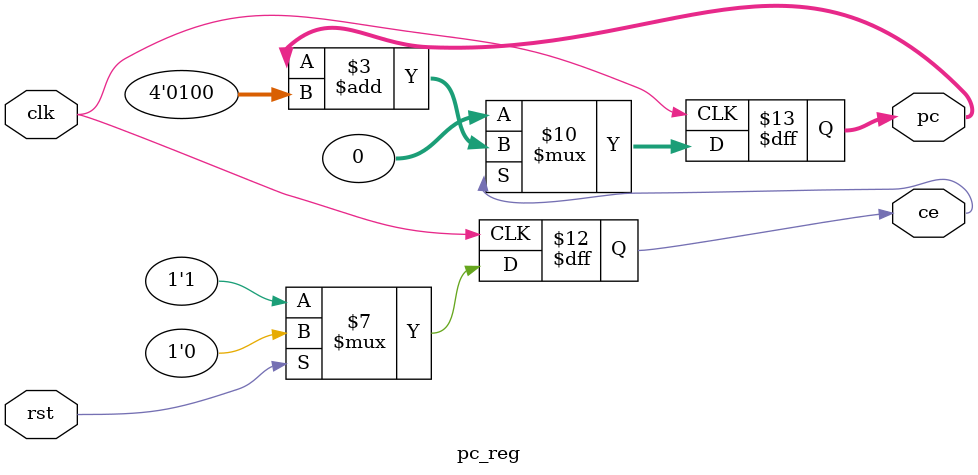
<source format=v>
`timescale 1ns / 1ps


module pc_reg(

	input wire clk,   //输入时钟
	input wire rst,   //复位信号
	output reg[31:0] pc,  
	output reg ce
	
);

	always @(posedge clk) begin
		if (ce == 1'b0) begin
			pc <= 32'h00000000;
		end else begin
	 		pc <= pc + 4'h4;
		end
	end
	
	always @ (posedge clk) begin
		if (rst == 1'b1) begin
			ce <= 1'b0;
		end else begin
			ce <= 1'b1;
		end
	end
endmodule

</source>
